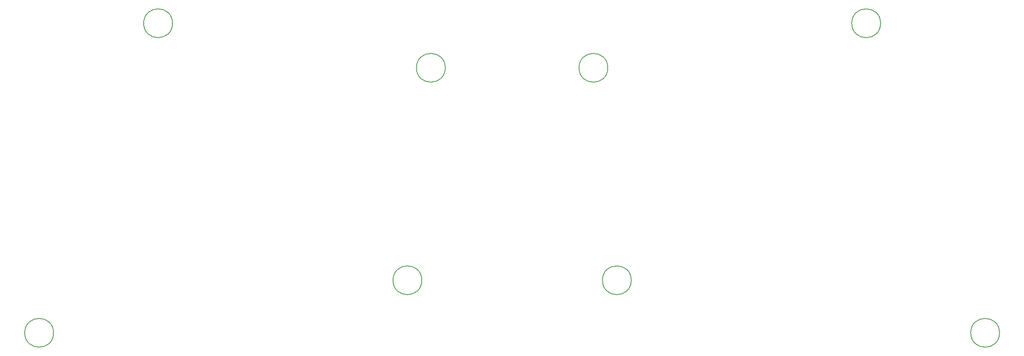
<source format=gbr>
G04 #@! TF.GenerationSoftware,KiCad,Pcbnew,(6.0.9)*
G04 #@! TF.CreationDate,2023-01-06T00:22:53-03:00*
G04 #@! TF.ProjectId,pulso - hybrid -rev2,70756c73-6f20-42d2-9068-796272696420,0.3*
G04 #@! TF.SameCoordinates,Original*
G04 #@! TF.FileFunction,Other,Comment*
%FSLAX46Y46*%
G04 Gerber Fmt 4.6, Leading zero omitted, Abs format (unit mm)*
G04 Created by KiCad (PCBNEW (6.0.9)) date 2023-01-06 00:22:53*
%MOMM*%
%LPD*%
G01*
G04 APERTURE LIST*
%ADD10C,0.150000*%
G04 APERTURE END LIST*
D10*
X177229000Y-109263000D02*
G75*
G03*
X177229000Y-109263000I-3200000J0D01*
G01*
X259017000Y-120947000D02*
G75*
G03*
X259017000Y-120947000I-3200000J0D01*
G01*
X232601000Y-52113000D02*
G75*
G03*
X232601000Y-52113000I-3200000J0D01*
G01*
X172022000Y-62019000D02*
G75*
G03*
X172022000Y-62019000I-3200000J0D01*
G01*
X75344000Y-52113000D02*
G75*
G03*
X75344000Y-52113000I-3200000J0D01*
G01*
X48928000Y-120947000D02*
G75*
G03*
X48928000Y-120947000I-3200000J0D01*
G01*
X130716000Y-109263000D02*
G75*
G03*
X130716000Y-109263000I-3200000J0D01*
G01*
X135923000Y-62019000D02*
G75*
G03*
X135923000Y-62019000I-3200000J0D01*
G01*
M02*

</source>
